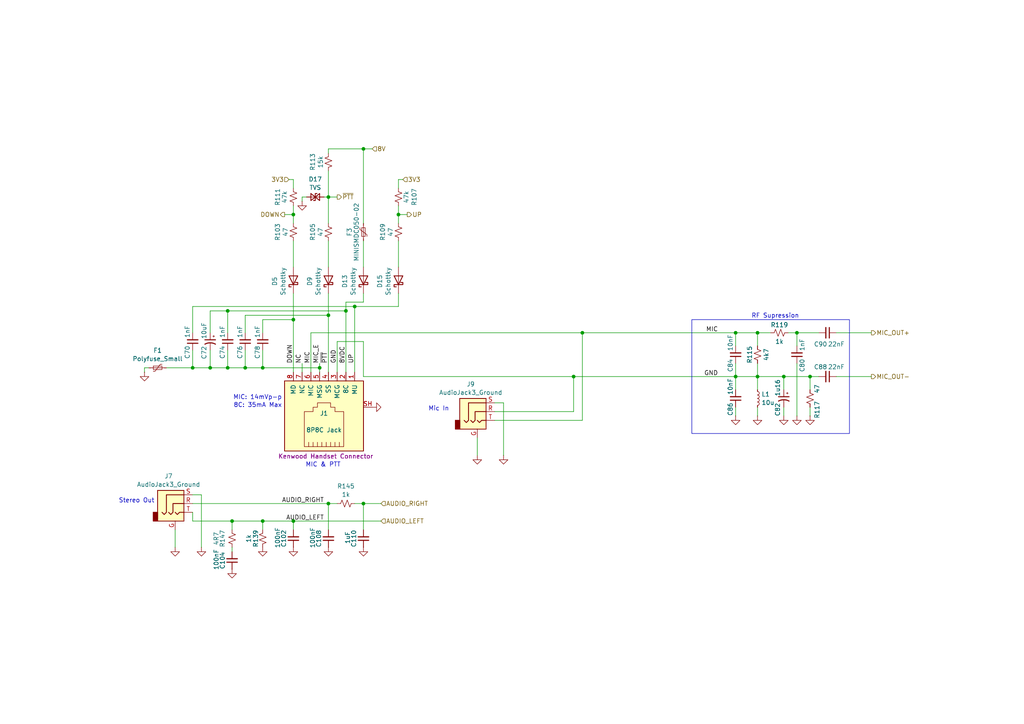
<source format=kicad_sch>
(kicad_sch (version 20250114) (generator "eeschema") (generator_version "9.0")
  (paper "A4")
  (lib_symbols
    (symbol "Connector:8P8C_Shielded" (pin_names (offset 1.016))
      (property "Reference" "J1" (at 0 19.05 0))
      (property "Value" "8P8C Jack" (at 0 16.6257 0))
      (property "Name" "Kenwood Handset Connector" (at 0.254 14.6515 0))
      (symbol "8P8C_Shielded_0_1"
        (rectangle (start -12.7 12.7) (end 7.62 -10.16) (stroke (width 0.254)) (fill (type background)))
        (polyline (pts (xy -11.43 1.905) (xy -10.16 1.905) (xy -10.16 1.905)))
        (polyline (pts (xy -11.43 0.635) (xy -10.16 0.635) (xy -10.16 0.635)))
        (polyline (pts (xy -11.43 -0.635) (xy -10.16 -0.635) (xy -10.16 -0.635)))
        (polyline (pts (xy -11.43 -1.905) (xy -10.16 -1.905) (xy -10.16 -1.905)))
        (polyline (pts (xy -11.43 -3.175) (xy -10.16 -3.175) (xy -10.16 -3.175)))
        (polyline (pts (xy -11.43 -4.445) (xy -11.43 6.985) (xy -1.27 6.985) (xy -1.27 4.445) (xy 0 4.445) (xy 0 3.175) (xy 1.27 3.175) (xy 1.27 -0.635) (xy 0 -0.635) (xy 0 -1.905) (xy -1.27 -1.905) (xy -1.27 -4.445) (xy -11.43 -4.445) (xy -11.43 -4.445)))
        (polyline (pts (xy -10.16 5.715) (xy -11.43 5.715)))
        (polyline (pts (xy -10.16 4.445) (xy -11.43 4.445)))
        (polyline (pts (xy -10.16 3.175) (xy -11.43 3.175) (xy -11.43 3.175)))
      )
      (symbol "8P8C_Shielded_1_1"
        (pin passive line (at 0 -12.7 90) (length 2.54) (name "~") (number "SH"))
        (pin passive line (at 10.16 10.16 180) (length 2.54) (name "MD") (number "8"))
        (pin passive line (at 10.16 7.62 180) (length 2.54) (name "NC") (number "7"))
        (pin passive line (at 10.16 5.08 180) (length 2.54) (name "MIC") (number "6"))
        (pin passive line (at 10.16 2.54 180) (length 2.54) (name "MSG") (number "5"))
        (pin passive line (at 10.16 0 180) (length 2.54) (name "SS") (number "4"))
        (pin passive line (at 10.16 -2.54 180) (length 2.54) (name "MCG") (number "3"))
        (pin passive line (at 10.16 -5.08 180) (length 2.54) (name "8C") (number "2"))
        (pin passive line (at 10.16 -7.62 180) (length 2.54) (name "MU") (number "1"))
      )
    )
    (symbol "Connector_Audio:AudioJack3_Ground"
      (property "Reference" "J" (at 0 8.89 0))
      (property "Value" "AudioJack3_Ground" (at 0 6.35 0))
      (symbol "AudioJack3_Ground_0_1"
        (rectangle (start -5.08 -2.54) (end -6.35 -5.08) (stroke (width 0.254)) (fill (type outline)))
        (polyline (pts (xy -1.905 -2.54) (xy -1.27 -3.175) (xy -0.635 -2.54) (xy -0.635 0) (xy 2.54 0)) (stroke (width 0.254)))
        (polyline (pts (xy 0 -2.54) (xy 0.635 -3.175) (xy 1.27 -2.54) (xy 2.54 -2.54)) (stroke (width 0.254)))
        (rectangle (start 2.54 3.81) (end -5.08 -5.08) (stroke (width 0.254)) (fill (type background)))
        (polyline (pts (xy 2.54 2.54) (xy -2.54 2.54) (xy -2.54 -2.54) (xy -3.175 -3.175) (xy -3.81 -2.54)) (stroke (width 0.254)))
      )
      (symbol "AudioJack3_Ground_1_1"
        (pin passive line (at 0 -7.62 90) (length 2.54) (name "~") (number "G"))
        (pin passive line (at 5.08 2.54 180) (length 2.54) (name "~") (number "S"))
        (pin passive line (at 5.08 0 180) (length 2.54) (name "~") (number "R"))
        (pin passive line (at 5.08 -2.54 180) (length 2.54) (name "~") (number "T"))
      )
    )
    (symbol "Device:C_Polarized_Small_US" (pin_numbers (hide yes)) (pin_names (offset 0.254) (hide yes))
      (property "Reference" "C" (at 0.254 1.778 0))
      (property "Value" "C_Polarized_Small_US" (at 0.254 -2.032 0))
      (symbol "C_Polarized_Small_US_0_1"
        (polyline (pts (xy -1.524 0.508) (xy 1.524 0.508)) (stroke (width 0.3048)))
        (polyline (pts (xy -1.27 1.524) (xy -0.762 1.524)))
        (polyline (pts (xy -1.016 1.27) (xy -1.016 1.778)))
        (arc (start -1.524 -0.762) (mid 0 -0.3734) (end 1.524 -0.762) (stroke (width 0.3048)))
      )
      (symbol "C_Polarized_Small_US_1_1"
        (pin passive line (at 0 2.54 270) (length 2.032) (name "~") (number "1"))
        (pin passive line (at 0 -2.54 90) (length 2.032) (name "~") (number "2"))
      )
    )
    (symbol "Device:C_Small" (pin_numbers (hide yes)) (pin_names (offset 0.254) (hide yes))
      (property "Reference" "C" (at 0.254 1.778 0))
      (property "Value" "C_Small" (at 0.254 -2.032 0))
      (symbol "C_Small_0_1"
        (polyline (pts (xy -1.524 0.508) (xy 1.524 0.508)) (stroke (width 0.3048)))
        (polyline (pts (xy -1.524 -0.508) (xy 1.524 -0.508)) (stroke (width 0.3302)))
      )
      (symbol "C_Small_1_1"
        (pin passive line (at 0 2.54 270) (length 2.032) (name "~") (number "1"))
        (pin passive line (at 0 -2.54 90) (length 2.032) (name "~") (number "2"))
      )
    )
    (symbol "Device:D_Schottky" (pin_numbers (hide yes)) (pin_names (offset 1.016) (hide yes))
      (property "Reference" "D" (at 0 2.54 0))
      (property "Value" "D_Schottky" (at 0 -2.54 0))
      (symbol "D_Schottky_0_1"
        (polyline (pts (xy -1.905 0.635) (xy -1.905 1.27) (xy -1.27 1.27) (xy -1.27 -1.27) (xy -0.635 -1.27) (xy -0.635 -0.635)) (stroke (width 0.254)))
        (polyline (pts (xy 1.27 1.27) (xy 1.27 -1.27) (xy -1.27 0) (xy 1.27 1.27)) (stroke (width 0.254)))
        (polyline (pts (xy 1.27 0) (xy -1.27 0)))
      )
      (symbol "D_Schottky_1_1"
        (pin passive line (at -3.81 0 0) (length 2.54) (name "K") (number "1"))
        (pin passive line (at 3.81 0 180) (length 2.54) (name "A") (number "2"))
      )
    )
    (symbol "Device:D_TVS_Small" (pin_numbers (hide yes)) (pin_names (offset 1.016) (hide yes))
      (property "Reference" "D" (at 0 2.54 0))
      (property "Value" "D_TVS_Small" (at 0 -2.54 0))
      (symbol "D_TVS_Small_0_1"
        (polyline (pts (xy -1.27 1.016) (xy -1.27 -1.016) (xy 1.27 1.016) (xy 1.27 -1.016) (xy -1.27 1.016)) (stroke (width 0.254)))
        (polyline (pts (xy -1.27 0) (xy 1.27 0)))
        (polyline (pts (xy 0.508 1.016) (xy 0 1.016) (xy 0 -1.016) (xy -0.508 -1.016)) (stroke (width 0.254)))
      )
      (symbol "D_TVS_Small_1_1"
        (pin passive line (at -2.54 0 0) (length 1.27) (name "A1") (number "1"))
        (pin passive line (at 2.54 0 180) (length 1.27) (name "A2") (number "2"))
      )
    )
    (symbol "Device:L_Small" (pin_numbers (hide yes)) (pin_names (offset 0.254) (hide yes))
      (property "Reference" "L" (at 0.762 1.016 0))
      (property "Value" "L_Small" (at 0.762 -1.016 0))
      (symbol "L_Small_0_1"
        (arc (start 0 2.032) (mid 0.5058 1.524) (end 0 1.016))
        (arc (start 0 1.016) (mid 0.5058 0.508) (end 0 0))
        (arc (start 0 0) (mid 0.5058 -0.508) (end 0 -1.016))
        (arc (start 0 -1.016) (mid 0.5058 -1.524) (end 0 -2.032))
      )
      (symbol "L_Small_1_1"
        (pin passive line (at 0 2.54 270) (length 0.508) (name "~") (number "1"))
        (pin passive line (at 0 -2.54 90) (length 0.508) (name "~") (number "2"))
      )
    )
    (symbol "Device:Polyfuse_Small" (pin_numbers (hide yes)) (pin_names (offset 0))
      (property "Reference" "F" (at -1.905 0 90))
      (property "Value" "Polyfuse_Small" (at 1.905 0 90))
      (symbol "Polyfuse_Small_0_1"
        (polyline (pts (xy -1.016 1.27) (xy -1.016 0.762) (xy 1.016 -0.762) (xy 1.016 -1.27)))
        (rectangle (start -0.508 1.27) (end 0.508 -1.27))
        (polyline (pts (xy 0 2.54) (xy 0 -2.54)))
      )
      (symbol "Polyfuse_Small_1_1"
        (pin passive line (at 0 2.54 270) (length 0.635) (name "~") (number "1"))
        (pin passive line (at 0 -2.54 90) (length 0.635) (name "~") (number "2"))
      )
    )
    (symbol "Device:R_Small_US" (pin_numbers (hide yes)) (pin_names (offset 0.254) (hide yes))
      (property "Reference" "R" (at 0.762 0.508 0))
      (property "Value" "R_Small_US" (at 0.762 -1.016 0))
      (symbol "R_Small_US_1_1"
        (polyline (pts (xy 0 1.524) (xy 1.016 1.143) (xy 0 0.762) (xy -1.016 0.381) (xy 0 0)))
        (polyline (pts (xy 0 0) (xy 1.016 -0.381) (xy 0 -0.762) (xy -1.016 -1.143) (xy 0 -1.524)))
        (pin passive line (at 0 2.54 270) (length 1.016) (name "~") (number "1"))
        (pin passive line (at 0 -2.54 90) (length 1.016) (name "~") (number "2"))
      )
    )
    (symbol "power:GND" (power) (pin_numbers (hide yes)) (pin_names (offset 0) (hide yes))
      (property "Value" "GND" (at 0 -3.81 0))
      (symbol "GND_0_1"
        (polyline (pts (xy 0 0) (xy 0 -1.27) (xy 1.27 -1.27) (xy 0 -2.54) (xy -1.27 -1.27) (xy 0 -1.27)))
      )
      (symbol "GND_1_1"
        (pin power_in line (at 0 0 270) (length 0) (name "~") (number "1"))
      )
    )
  )
  (rectangle (start 200.66 92.71) (end 246.38 125.73))
  (text "8C: 35mA Max" (at 81.788 118.364 0) (effects (font (size 1.27 1.27)) (justify right bottom)))
  (text "MIC: 14mVp-p" (at 81.788 116.078 0) (effects (font (size 1.27 1.27)) (justify right bottom)))
  (text "RF Supression" (at 217.932 92.456 0) (effects (font (size 1.27 1.27)) (justify left bottom)))
  (text "Mic In" (at 127.254 118.618 0) (effects (font (size 1.27 1.27))))
  (text "MIC & PTT" (at 93.726 134.874 0) (effects (font (size 1.27 1.27))))
  (text "Stereo Out" (at 39.624 145.288 0) (effects (font (size 1.27 1.27))))
  (junction (at 95.25 146.05))
  (junction (at 168.91 96.52))
  (junction (at 100.33 90.17))
  (junction (at 231.14 96.52))
  (junction (at 71.12 106.68))
  (junction (at 67.31 151.13))
  (junction (at 85.09 92.71))
  (junction (at 66.04 106.68))
  (junction (at 219.71 96.52))
  (junction (at 85.09 151.13))
  (junction (at 219.71 109.22))
  (junction (at 66.04 90.17))
  (junction (at 213.36 96.52))
  (junction (at 85.09 62.23))
  (junction (at 92.71 106.68))
  (junction (at 234.95 109.22))
  (junction (at 95.25 91.44))
  (junction (at 115.57 62.23))
  (junction (at 60.96 106.68))
  (junction (at 102.87 88.9))
  (junction (at 227.33 109.22))
  (junction (at 105.41 43.18))
  (junction (at 55.88 106.68))
  (junction (at 95.25 57.15))
  (junction (at 213.36 109.22))
  (junction (at 76.2 106.68))
  (junction (at 166.37 109.22))
  (junction (at 105.41 146.05))
  (junction (at 76.2 151.13))
  (wire (pts (xy 76.2 106.68) (xy 71.12 106.68)))
  (wire (pts (xy 102.87 88.9) (xy 115.57 88.9)))
  (wire (pts (xy 55.88 146.05) (xy 95.25 146.05)))
  (wire (pts (xy 76.2 92.71) (xy 85.09 92.71)))
  (wire (pts (xy 55.88 143.51) (xy 58.42 143.51)))
  (wire (pts (xy 71.12 106.68) (xy 66.04 106.68)))
  (wire (pts (xy 105.41 109.22) (xy 166.37 109.22)))
  (wire (pts (xy 95.25 49.53) (xy 95.25 57.15)))
  (wire (pts (xy 100.33 90.17) (xy 66.04 90.17)))
  (wire (pts (xy 105.41 69.85) (xy 105.41 77.47)))
  (wire (pts (xy 95.25 146.05) (xy 97.79 146.05)))
  (wire (pts (xy 58.42 143.51) (xy 58.42 158.75)))
  (wire (pts (xy 85.09 62.23) (xy 85.09 64.77)))
  (wire (pts (xy 100.33 90.17) (xy 100.33 87.63)))
  (wire (pts (xy 76.2 151.13) (xy 76.2 153.67)))
  (wire (pts (xy 105.41 153.67) (xy 105.41 146.05)))
  (wire (pts (xy 143.51 121.92) (xy 168.91 121.92)))
  (wire (pts (xy 231.14 105.41) (xy 231.14 120.65)))
  (wire (pts (xy 85.09 52.07) (xy 85.09 54.61)))
  (wire (pts (xy 115.57 88.9) (xy 115.57 85.09)))
  (wire (pts (xy 97.79 99.06) (xy 97.79 107.95)))
  (wire (pts (xy 242.57 96.52) (xy 252.73 96.52)))
  (wire (pts (xy 71.12 91.44) (xy 71.12 96.52)))
  (wire (pts (xy 213.36 109.22) (xy 213.36 113.03)))
  (wire (pts (xy 90.17 96.52) (xy 90.17 107.95)))
  (wire (pts (xy 105.41 146.05) (xy 110.49 146.05)))
  (wire (pts (xy 87.63 105.41) (xy 87.63 107.95)))
  (wire (pts (xy 95.25 153.67) (xy 95.25 146.05)))
  (wire (pts (xy 227.33 118.11) (xy 227.33 120.65)))
  (wire (pts (xy 85.09 92.71) (xy 85.09 107.95)))
  (wire (pts (xy 95.25 57.15) (xy 97.79 57.15)))
  (wire (pts (xy 213.36 100.33) (xy 213.36 96.52)))
  (wire (pts (xy 95.25 85.09) (xy 95.25 91.44)))
  (wire (pts (xy 146.05 116.84) (xy 146.05 132.08)))
  (wire (pts (xy 41.91 106.68) (xy 43.18 106.68)))
  (wire (pts (xy 100.33 90.17) (xy 100.33 107.95)))
  (wire (pts (xy 55.88 106.68) (xy 48.26 106.68)))
  (wire (pts (xy 95.25 43.18) (xy 95.25 44.45)))
  (wire (pts (xy 76.2 151.13) (xy 85.09 151.13)))
  (wire (pts (xy 90.17 96.52) (xy 168.91 96.52)))
  (wire (pts (xy 60.96 90.17) (xy 60.96 96.52)))
  (wire (pts (xy 55.88 88.9) (xy 55.88 96.52)))
  (wire (pts (xy 71.12 101.6) (xy 71.12 106.68)))
  (wire (pts (xy 143.51 116.84) (xy 146.05 116.84)))
  (wire (pts (xy 82.55 62.23) (xy 85.09 62.23)))
  (wire (pts (xy 219.71 109.22) (xy 227.33 109.22)))
  (wire (pts (xy 87.63 57.15) (xy 88.9 57.15)))
  (wire (pts (xy 219.71 118.11) (xy 219.71 120.65)))
  (wire (pts (xy 95.25 91.44) (xy 71.12 91.44)))
  (wire (pts (xy 85.09 151.13) (xy 110.49 151.13)))
  (wire (pts (xy 97.79 99.06) (xy 105.41 99.06)))
  (wire (pts (xy 168.91 121.92) (xy 168.91 96.52)))
  (wire (pts (xy 92.71 107.95) (xy 92.71 106.68)))
  (wire (pts (xy 67.31 153.67) (xy 67.31 151.13)))
  (wire (pts (xy 67.31 160.02) (xy 67.31 158.75)))
  (wire (pts (xy 66.04 101.6) (xy 66.04 106.68)))
  (wire (pts (xy 219.71 109.22) (xy 219.71 113.03)))
  (wire (pts (xy 55.88 101.6) (xy 55.88 106.68)))
  (wire (pts (xy 95.25 91.44) (xy 95.25 107.95)))
  (wire (pts (xy 105.41 43.18) (xy 105.41 64.77)))
  (wire (pts (xy 105.41 43.18) (xy 107.95 43.18)))
  (wire (pts (xy 115.57 52.07) (xy 115.57 54.61)))
  (wire (pts (xy 66.04 90.17) (xy 66.04 96.52)))
  (wire (pts (xy 166.37 119.38) (xy 166.37 109.22)))
  (wire (pts (xy 85.09 59.69) (xy 85.09 62.23)))
  (wire (pts (xy 66.04 90.17) (xy 60.96 90.17)))
  (wire (pts (xy 105.41 146.05) (xy 102.87 146.05)))
  (wire (pts (xy 138.43 127) (xy 138.43 132.08)))
  (wire (pts (xy 55.88 148.59) (xy 55.88 151.13)))
  (wire (pts (xy 95.25 69.85) (xy 95.25 77.47)))
  (wire (pts (xy 227.33 109.22) (xy 227.33 113.03)))
  (wire (pts (xy 85.09 69.85) (xy 85.09 77.47)))
  (wire (pts (xy 234.95 113.03) (xy 234.95 109.22)))
  (wire (pts (xy 234.95 118.11) (xy 234.95 120.65)))
  (wire (pts (xy 219.71 96.52) (xy 223.52 96.52)))
  (wire (pts (xy 95.25 57.15) (xy 95.25 64.77)))
  (wire (pts (xy 228.6 96.52) (xy 231.14 96.52)))
  (wire (pts (xy 83.82 52.07) (xy 85.09 52.07)))
  (wire (pts (xy 76.2 92.71) (xy 76.2 96.52)))
  (wire (pts (xy 115.57 69.85) (xy 115.57 77.47)))
  (wire (pts (xy 115.57 62.23) (xy 115.57 64.77)))
  (wire (pts (xy 60.96 106.68) (xy 55.88 106.68)))
  (wire (pts (xy 219.71 96.52) (xy 213.36 96.52)))
  (wire (pts (xy 242.57 109.22) (xy 252.73 109.22)))
  (wire (pts (xy 105.41 87.63) (xy 105.41 85.09)))
  (wire (pts (xy 60.96 101.6) (xy 60.96 106.68)))
  (wire (pts (xy 76.2 101.6) (xy 76.2 106.68)))
  (wire (pts (xy 66.04 106.68) (xy 60.96 106.68)))
  (wire (pts (xy 166.37 109.22) (xy 213.36 109.22)))
  (wire (pts (xy 55.88 151.13) (xy 67.31 151.13)))
  (wire (pts (xy 213.36 105.41) (xy 213.36 109.22)))
  (wire (pts (xy 227.33 109.22) (xy 234.95 109.22)))
  (wire (pts (xy 41.91 107.95) (xy 41.91 106.68)))
  (wire (pts (xy 219.71 100.33) (xy 219.71 96.52)))
  (wire (pts (xy 115.57 59.69) (xy 115.57 62.23)))
  (wire (pts (xy 168.91 96.52) (xy 213.36 96.52)))
  (wire (pts (xy 213.36 118.11) (xy 213.36 120.65)))
  (wire (pts (xy 95.25 43.18) (xy 105.41 43.18)))
  (wire (pts (xy 87.63 58.42) (xy 87.63 57.15)))
  (wire (pts (xy 85.09 85.09) (xy 85.09 92.71)))
  (wire (pts (xy 115.57 62.23) (xy 118.11 62.23)))
  (wire (pts (xy 50.8 153.67) (xy 50.8 158.75)))
  (wire (pts (xy 67.31 151.13) (xy 76.2 151.13)))
  (wire (pts (xy 219.71 105.41) (xy 219.71 109.22)))
  (wire (pts (xy 116.84 52.07) (xy 115.57 52.07)))
  (wire (pts (xy 213.36 109.22) (xy 219.71 109.22)))
  (wire (pts (xy 105.41 99.06) (xy 105.41 109.22)))
  (wire (pts (xy 231.14 96.52) (xy 231.14 100.33)))
  (wire (pts (xy 76.2 106.68) (xy 92.71 106.68)))
  (wire (pts (xy 234.95 109.22) (xy 237.49 109.22)))
  (wire (pts (xy 143.51 119.38) (xy 166.37 119.38)))
  (wire (pts (xy 100.33 87.63) (xy 105.41 87.63)))
  (wire (pts (xy 231.14 96.52) (xy 237.49 96.52)))
  (wire (pts (xy 92.71 105.41) (xy 92.71 106.68)))
  (wire (pts (xy 102.87 88.9) (xy 55.88 88.9)))
  (wire (pts (xy 85.09 151.13) (xy 85.09 153.67)))
  (wire (pts (xy 93.98 57.15) (xy 95.25 57.15)))
  (wire (pts (xy 102.87 88.9) (xy 102.87 107.95)))
  (label "MIC" (at 208.28 96.52 180))
  (label "GND" (at 97.79 105.41 90))
  (label "NC" (at 87.63 105.41 90))
  (label "DOWN" (at 85.09 105.41 90))
  (label "AUDIO_RIGHT" (at 93.98 146.05 180))
  (label "UP" (at 102.87 105.41 90))
  (label "8VDC" (at 100.33 105.41 90))
  (label "MIC_E" (at 92.71 105.41 90))
  (label "MIC" (at 90.17 105.41 90))
  (label "AUDIO_LEFT" (at 93.98 151.13 180))
  (label "GND" (at 208.28 109.22 180))
  (label "~{PTT}" (at 95.25 105.41 90))
  (hierarchical_label "8V" (shape input) (at 107.95 43.18 0))
  (hierarchical_label "DOWN" (shape output) (at 82.55 62.23 180))
  (hierarchical_label "AUDIO_RIGHT" (shape input) (at 110.49 146.05 0))
  (hierarchical_label "MIC_OUT-" (shape output) (at 252.73 109.22 0))
  (hierarchical_label "~{PTT}" (shape output) (at 97.79 57.15 0))
  (hierarchical_label "UP" (shape output) (at 118.11 62.23 0))
  (hierarchical_label "3V3" (shape input) (at 83.82 52.07 180))
  (hierarchical_label "3V3" (shape input) (at 116.84 52.07 0))
  (hierarchical_label "AUDIO_LEFT" (shape input) (at 110.49 151.13 0))
  (hierarchical_label "MIC_OUT+" (shape output) (at 252.73 96.52 0))
  (symbol (lib_id "Device:C_Small") (at 66.04 99.06 180) (unit 1)
    (property "Reference" "C74" (at 64.516 104.14 90) (effects (justify right)))
    (property "Value" "1nF" (at 64.516 98.044 90) (effects (justify right)))
    (property "Description" "Unpolarized capacitor, small symbol" (effects (hide yes)))
    (instances (project "PilotAudioPanel" (path "" (reference "C74") (unit 1)) (path "" (reference "C75") (unit 1))))
  )
  (symbol (lib_id "Device:R_Small_US") (at 234.95 115.57 0) (unit 1)
    (property "Reference" "R117" (at 236.982 118.872 90))
    (property "Value" "47" (at 236.982 112.776 90))
    (property "Description" "Resistor, small US symbol" (effects (hide yes)))
    (instances (project "PilotAudioPanel" (path "" (reference "R117") (unit 1)) (path "" (reference "R118") (unit 1))))
  )
  (symbol (lib_id "Connector_Audio:AudioJack3_Ground") (at 138.43 119.38 0) (unit 1)
    (property "Reference" "J9" (at 136.525 111.4255 0))
    (property "Value" "AudioJack3_Ground" (at 136.525 113.8498 0))
    (property "Description" "Audio Jack, 3 Poles (Stereo / TRS), Grounded Sleeve" (effects (hide yes)))
    (instances (project "PilotAudioPanel" (path "" (reference "J9") (unit 1)) (path "" (reference "J11") (unit 1))))
  )
  (symbol (lib_id "power:GND") (at 76.2 158.75 0) (unit 1)
    (property "Reference" "#PWR0240" (effects (hide yes)))
    (property "Value" "GND" (effects (hide yes)))
    (property "Description" "Power symbol creates a global label with name \"GND\" , ground" (effects (hide yes)))
    (instances (project "PilotAudioPanel" (path "" (reference "#PWR0240") (unit 1)) (path "" (reference "#PWR0241") (unit 1))))
  )
  (symbol (lib_id "Device:Polyfuse_Small") (at 45.72 106.68 270) (unit 1)
    (property "Reference" "F1" (at 45.72 101.6465 90))
    (property "Value" "Polyfuse_Small" (at 45.72 104.0708 90))
    (property "Description" "Resettable fuse, polymeric positive temperature coefficient, small symbol" (effects (hide yes)))
    (instances (project "PilotAudioPanel" (path "" (reference "F1") (unit 1)) (path "" (reference "F2") (unit 1))))
  )
  (symbol (lib_id "Device:D_Schottky") (at 95.25 81.28 90) (unit 1)
    (property "Reference" "D9" (at 89.8355 81.5975 0))
    (property "Value" "Schottky" (at 92.2598 81.5975 0))
    (property "Description" "Schottky diode" (effects (hide yes)))
    (instances (project "PilotAudioPanel" (path "" (reference "D9") (unit 1)) (path "" (reference "D10") (unit 1))))
  )
  (symbol (lib_id "Device:R_Small_US") (at 95.25 46.99 0) (mirror x) (unit 1)
    (property "Reference" "R113" (at 90.678 46.99 90))
    (property "Value" "15k" (at 92.964 46.99 90))
    (property "Description" "Resistor, small US symbol" (effects (hide yes)))
    (instances (project "PilotAudioPanel" (path "" (reference "R113") (unit 1)) (path "" (reference "R114") (unit 1))))
  )
  (symbol (lib_id "Device:R_Small_US") (at 115.57 67.31 0) (unit 1)
    (property "Reference" "R109" (at 110.998 67.31 90))
    (property "Value" "47" (at 113.284 67.31 90))
    (property "Description" "Resistor, small US symbol" (effects (hide yes)))
    (instances (project "PilotAudioPanel" (path "" (reference "R109") (unit 1)) (path "" (reference "R110") (unit 1))))
  )
  (symbol (lib_id "power:GND") (at 85.09 158.75 0) (unit 1)
    (property "Reference" "#PWR0248" (effects (hide yes)))
    (property "Value" "GND" (effects (hide yes)))
    (property "Description" "Power symbol creates a global label with name \"GND\" , ground" (effects (hide yes)))
    (instances (project "PilotAudioPanel" (path "" (reference "#PWR0248") (unit 1)) (path "" (reference "#PWR0249") (unit 1))))
  )
  (symbol (lib_id "Device:C_Small") (at 213.36 102.87 180) (unit 1)
    (property "Reference" "C84" (at 211.836 107.95 90) (effects (justify right)))
    (property "Value" "10nF" (at 211.836 101.854 90) (effects (justify right)))
    (property "Description" "Unpolarized capacitor, small symbol" (effects (hide yes)))
    (instances (project "PilotAudioPanel" (path "" (reference "C84") (unit 1)) (path "" (reference "C85") (unit 1))))
  )
  (symbol (lib_id "Connector_Audio:AudioJack3_Ground") (at 50.8 146.05 0) (unit 1)
    (property "Reference" "J7" (at 48.895 138.0955 0))
    (property "Value" "AudioJack3_Ground" (at 48.895 140.5198 0))
    (property "Description" "Audio Jack, 3 Poles (Stereo / TRS), Grounded Sleeve" (effects (hide yes)))
    (instances (project "PilotAudioPanel" (path "" (reference "J7") (unit 1)) (path "" (reference "J10") (unit 1))))
  )
  (symbol (lib_id "power:GND") (at 105.41 158.75 0) (mirror y) (unit 1)
    (property "Reference" "#PWR0244" (effects (hide yes)))
    (property "Value" "GND" (effects (hide yes)))
    (property "Description" "Power symbol creates a global label with name \"GND\" , ground" (effects (hide yes)))
    (instances (project "PilotAudioPanel" (path "" (reference "#PWR0244") (unit 1)) (path "" (reference "#PWR0245") (unit 1))))
  )
  (symbol (lib_id "Device:D_Schottky") (at 115.57 81.28 90) (unit 1)
    (property "Reference" "D15" (at 110.1555 81.5975 0))
    (property "Value" "Schottky" (at 112.5798 81.5975 0))
    (property "Description" "Schottky diode" (effects (hide yes)))
    (instances (project "PilotAudioPanel" (path "" (reference "D15") (unit 1)) (path "" (reference "D16") (unit 1))))
  )
  (symbol (lib_id "Device:R_Small_US") (at 219.71 102.87 0) (unit 1)
    (property "Reference" "R115" (at 217.424 102.87 90))
    (property "Value" "4k7" (at 222.25 102.87 90))
    (property "Description" "Resistor, small US symbol" (effects (hide yes)))
    (instances (project "PilotAudioPanel" (path "" (reference "R115") (unit 1)) (path "" (reference "R116") (unit 1))))
  )
  (symbol (lib_id "Device:R_Small_US") (at 76.2 156.21 0) (mirror y) (unit 1)
    (property "Reference" "R139" (at 74.168 156.21 90))
    (property "Value" "1k" (at 72.136 156.21 90))
    (property "Description" "Resistor, small US symbol" (effects (hide yes)))
    (instances (project "PilotAudioPanel" (path "" (reference "R139") (unit 1)) (path "" (reference "R140") (unit 1))))
  )
  (symbol (lib_id "Connector:8P8C_Shielded") (at 95.25 118.11 90) (unit 1)
    (property "Reference" "J1" (at 93.98 119.888 90))
    (property "Value" "8P8C Jack" (at 93.98 124.714 90))
    (property "Description" "RJ connector, 8P8C (8 positions 8 connected), RJ31/RJ32/RJ33/RJ34/RJ35/RJ41/RJ45/RJ49/RJ61, Shielded" (effects (hide yes)))
    (property "Name" "Kenwood Handset Connector" (at 94.488 132.334 90))
    (instances (project "PilotAudioPanel" (path "" (reference "J1") (unit 1)) (path "" (reference "J4") (unit 1))))
  )
  (symbol (lib_id "Device:C_Small") (at 55.88 99.06 180) (unit 1)
    (property "Reference" "C70" (at 54.356 104.14 90) (effects (justify right)))
    (property "Value" "1nF" (at 54.356 98.044 90) (effects (justify right)))
    (property "Description" "Unpolarized capacitor, small symbol" (effects (hide yes)))
    (instances (project "PilotAudioPanel" (path "" (reference "C70") (unit 1)) (path "" (reference "C71") (unit 1))))
  )
  (symbol (lib_id "Device:R_Small_US") (at 85.09 57.15 180) (unit 1)
    (property "Reference" "R111" (at 80.518 57.15 90))
    (property "Value" "47k" (at 82.55 57.15 90))
    (property "Description" "Resistor, small US symbol" (effects (hide yes)))
    (instances (project "PilotAudioPanel" (path "" (reference "R111") (unit 1)) (path "" (reference "R112") (unit 1))))
  )
  (symbol (lib_id "power:GND") (at 50.8 158.75 0) (mirror y) (unit 1)
    (property "Reference" "#PWR0196" (effects (hide yes)))
    (property "Value" "GND" (effects (hide yes)))
    (property "Description" "Power symbol creates a global label with name \"GND\" , ground" (effects (hide yes)))
    (instances (project "PilotAudioPanel" (path "" (reference "#PWR0196") (unit 1)) (path "" (reference "#PWR0197") (unit 1))))
  )
  (symbol (lib_id "power:GND") (at 87.63 58.42 0) (unit 1)
    (property "Reference" "#PWR0214" (effects (hide yes)))
    (property "Value" "GND" (effects (hide yes)))
    (property "Description" "Power symbol creates a global label with name \"GND\" , ground" (effects (hide yes)))
    (instances (project "PilotAudioPanel" (path "" (reference "#PWR0214") (unit 1)) (path "" (reference "#PWR0215") (unit 1))))
  )
  (symbol (lib_id "Device:R_Small_US") (at 67.31 156.21 180) (unit 1)
    (property "Reference" "R147" (at 64.516 156.21 90))
    (property "Value" "4R7" (at 62.738 156.21 90))
    (property "Description" "Resistor, small US symbol" (effects (hide yes)))
    (instances (project "PilotAudioPanel" (path "" (reference "R147") (unit 1)) (path "" (reference "R148") (unit 1))))
  )
  (symbol (lib_id "Device:R_Small_US") (at 100.33 146.05 90) (unit 1)
    (property "Reference" "R145" (at 100.33 141.0165 90))
    (property "Value" "1k" (at 100.33 143.4408 90))
    (property "Description" "Resistor, small US symbol" (effects (hide yes)))
    (instances (project "PilotAudioPanel" (path "" (reference "R145") (unit 1)) (path "" (reference "R146") (unit 1))))
  )
  (symbol (lib_id "Device:D_TVS_Small") (at 91.44 57.15 0) (unit 1)
    (property "Reference" "D17" (at 91.44 51.9895 0))
    (property "Value" "TVS" (at 91.44 54.4138 0))
    (property "Description" "Bidirectional transient-voltage-suppression diode, small symbol" (effects (hide yes)))
    (instances (project "PilotAudioPanel" (path "" (reference "D17") (unit 1)) (path "" (reference "D18") (unit 1))))
  )
  (symbol (lib_id "Device:C_Small") (at 240.03 96.52 270) (unit 1)
    (property "Reference" "C90" (at 237.998 99.822 90))
    (property "Value" "22nF" (at 242.57 99.822 90))
    (property "Description" "Unpolarized capacitor, small symbol" (effects (hide yes)))
    (instances (project "PilotAudioPanel" (path "" (reference "C90") (unit 1)) (path "" (reference "C91") (unit 1))))
  )
  (symbol (lib_id "power:GND") (at 41.91 107.95 0) (unit 1)
    (property "Reference" "#PWR0208" (effects (hide yes)))
    (property "Value" "GND" (effects (hide yes)))
    (property "Description" "Power symbol creates a global label with name \"GND\" , ground" (effects (hide yes)))
    (instances (project "PilotAudioPanel" (path "" (reference "#PWR0208") (unit 1)) (path "" (reference "#PWR0209") (unit 1))))
  )
  (symbol (lib_id "Device:C_Small") (at 231.14 102.87 0) (mirror x) (unit 1)
    (property "Reference" "C80" (at 232.664 107.95 90) (effects (justify right)))
    (property "Value" "1nF" (at 232.664 101.854 90) (effects (justify right)))
    (property "Description" "Unpolarized capacitor, small symbol" (effects (hide yes)))
    (instances (project "PilotAudioPanel" (path "" (reference "C80") (unit 1)) (path "" (reference "C81") (unit 1))))
  )
  (symbol (lib_id "power:GND") (at 227.33 120.65 0) (unit 1)
    (property "Reference" "#PWR0220" (effects (hide yes)))
    (property "Value" "GND" (effects (hide yes)))
    (property "Description" "Power symbol creates a global label with name \"GND\" , ground" (effects (hide yes)))
    (instances (project "PilotAudioPanel" (path "" (reference "#PWR0220") (unit 1)) (path "" (reference "#PWR0221") (unit 1))))
  )
  (symbol (lib_id "Device:C_Small") (at 95.25 156.21 180) (unit 1)
    (property "Reference" "C108" (at 92.456 156.21 90))
    (property "Value" "100nF" (at 90.678 155.956 90))
    (property "Description" "Unpolarized capacitor, small symbol" (effects (hide yes)))
    (instances (project "PilotAudioPanel" (path "" (reference "C108") (unit 1)) (path "" (reference "C109") (unit 1))))
  )
  (symbol (lib_id "Device:C_Polarized_Small_US") (at 227.33 115.57 0) (mirror y) (unit 1)
    (property "Reference" "C82" (at 225.552 116.84 90) (effects (justify right)))
    (property "Value" "1u16" (at 225.552 109.982 90) (effects (justify right)))
    (property "Description" "Polarized capacitor, small US symbol" (effects (hide yes)))
    (instances (project "PilotAudioPanel" (path "" (reference "C82") (unit 1)) (path "" (reference "C83") (unit 1))))
  )
  (symbol (lib_id "Device:C_Small") (at 213.36 115.57 180) (unit 1)
    (property "Reference" "C86" (at 211.836 120.65 90) (effects (justify right)))
    (property "Value" "10nF" (at 211.836 114.554 90) (effects (justify right)))
    (property "Description" "Unpolarized capacitor, small symbol" (effects (hide yes)))
    (instances (project "PilotAudioPanel" (path "" (reference "C86") (unit 1)) (path "" (reference "C87") (unit 1))))
  )
  (symbol (lib_id "Device:R_Small_US") (at 115.57 57.15 180) (unit 1)
    (property "Reference" "R107" (at 120.142 57.15 90))
    (property "Value" "47k" (at 117.856 57.15 90))
    (property "Description" "Resistor, small US symbol" (effects (hide yes)))
    (instances (project "PilotAudioPanel" (path "" (reference "R107") (unit 1)) (path "" (reference "R108") (unit 1))))
  )
  (symbol (lib_id "power:GND") (at 107.95 118.11 90) (unit 1)
    (property "Reference" "#PWR046" (effects (hide yes)))
    (property "Value" "GND" (effects (hide yes)))
    (property "Description" "Power symbol creates a global label with name \"GND\" , ground" (effects (hide yes)))
    (instances (project "PilotAudioPanel" (path "" (reference "#PWR046") (unit 1)) (path "" (reference "#PWR0195") (unit 1))))
  )
  (symbol (lib_id "Device:C_Small") (at 105.41 156.21 180) (unit 1)
    (property "Reference" "C110" (at 102.616 156.21 90))
    (property "Value" "1uF" (at 100.838 155.956 90))
    (property "Description" "Unpolarized capacitor, small symbol" (effects (hide yes)))
    (instances (project "PilotAudioPanel" (path "" (reference "C110") (unit 1)) (path "" (reference "C111") (unit 1))))
  )
  (symbol (lib_id "power:GND") (at 231.14 120.65 0) (unit 1)
    (property "Reference" "#PWR0224" (effects (hide yes)))
    (property "Value" "GND" (effects (hide yes)))
    (property "Description" "Power symbol creates a global label with name \"GND\" , ground" (effects (hide yes)))
    (instances (project "PilotAudioPanel" (path "" (reference "#PWR0224") (unit 1)) (path "" (reference "#PWR0225") (unit 1))))
  )
  (symbol (lib_id "Device:C_Polarized_Small_US") (at 60.96 99.06 0) (mirror y) (unit 1)
    (property "Reference" "C72" (at 59.182 100.33 90) (effects (justify right)))
    (property "Value" "10uF" (at 59.182 93.472 90) (effects (justify right)))
    (property "Description" "Polarized capacitor, small US symbol" (effects (hide yes)))
    (instances (project "PilotAudioPanel" (path "" (reference "C72") (unit 1)) (path "" (reference "C73") (unit 1))))
  )
  (symbol (lib_id "Device:D_Schottky") (at 105.41 81.28 90) (unit 1)
    (property "Reference" "D13" (at 99.9955 81.5975 0))
    (property "Value" "Schottky" (at 102.4198 81.5975 0))
    (property "Description" "Schottky diode" (effects (hide yes)))
    (instances (project "PilotAudioPanel" (path "" (reference "D13") (unit 1)) (path "" (reference "D14") (unit 1))))
  )
  (symbol (lib_id "power:GND") (at 219.71 120.65 0) (unit 1)
    (property "Reference" "#PWR0218" (effects (hide yes)))
    (property "Value" "GND" (effects (hide yes)))
    (property "Description" "Power symbol creates a global label with name \"GND\" , ground" (effects (hide yes)))
    (instances (project "PilotAudioPanel" (path "" (reference "#PWR0218") (unit 1)) (path "" (reference "#PWR0219") (unit 1))))
  )
  (symbol (lib_id "Device:R_Small_US") (at 95.25 67.31 0) (unit 1)
    (property "Reference" "R105" (at 90.678 67.31 90))
    (property "Value" "47" (at 92.964 67.31 90))
    (property "Description" "Resistor, small US symbol" (effects (hide yes)))
    (instances (project "PilotAudioPanel" (path "" (reference "R105") (unit 1)) (path "" (reference "R106") (unit 1))))
  )
  (symbol (lib_id "Device:C_Small") (at 76.2 99.06 180) (unit 1)
    (property "Reference" "C78" (at 74.676 104.14 90) (effects (justify right)))
    (property "Value" "1nF" (at 74.676 98.044 90) (effects (justify right)))
    (property "Description" "Unpolarized capacitor, small symbol" (effects (hide yes)))
    (instances (project "PilotAudioPanel" (path "" (reference "C78") (unit 1)) (path "" (reference "C79") (unit 1))))
  )
  (symbol (lib_id "Device:C_Small") (at 240.03 109.22 270) (unit 1)
    (property "Reference" "C88" (at 237.998 106.426 90))
    (property "Value" "22nF" (at 242.57 106.426 90))
    (property "Description" "Unpolarized capacitor, small symbol" (effects (hide yes)))
    (instances (project "PilotAudioPanel" (path "" (reference "C88") (unit 1)) (path "" (reference "C89") (unit 1))))
  )
  (symbol (lib_id "Device:R_Small_US") (at 226.06 96.52 270) (unit 1)
    (property "Reference" "R119" (at 226.06 94.234 90))
    (property "Value" "1k" (at 226.06 99.06 90))
    (property "Description" "Resistor, small US symbol" (effects (hide yes)))
    (instances (project "PilotAudioPanel" (path "" (reference "R119") (unit 1)) (path "" (reference "R120") (unit 1))))
  )
  (symbol (lib_id "Device:C_Small") (at 71.12 99.06 180) (unit 1)
    (property "Reference" "C76" (at 69.596 104.14 90) (effects (justify right)))
    (property "Value" "1nF" (at 69.596 98.044 90) (effects (justify right)))
    (property "Description" "Unpolarized capacitor, small symbol" (effects (hide yes)))
    (instances (project "PilotAudioPanel" (path "" (reference "C76") (unit 1)) (path "" (reference "C77") (unit 1))))
  )
  (symbol (lib_id "power:GND") (at 95.25 158.75 0) (mirror y) (unit 1)
    (property "Reference" "#PWR0242" (effects (hide yes)))
    (property "Value" "GND" (effects (hide yes)))
    (property "Description" "Power symbol creates a global label with name \"GND\" , ground" (effects (hide yes)))
    (instances (project "PilotAudioPanel" (path "" (reference "#PWR0242") (unit 1)) (path "" (reference "#PWR0243") (unit 1))))
  )
  (symbol (lib_id "power:GND") (at 67.31 165.1 0) (unit 1)
    (property "Reference" "#PWR0250" (effects (hide yes)))
    (property "Value" "GND" (effects (hide yes)))
    (property "Description" "Power symbol creates a global label with name \"GND\" , ground" (effects (hide yes)))
    (instances (project "PilotAudioPanel" (path "" (reference "#PWR0250") (unit 1)) (path "" (reference "#PWR0251") (unit 1))))
  )
  (symbol (lib_id "Device:L_Small") (at 219.71 115.57 0) (unit 1)
    (property "Reference" "L1" (at 220.8508 114.3578 0) (effects (justify left)))
    (property "Value" "10u" (at 220.8508 116.7821 0) (effects (justify left)))
    (property "Description" "Inductor, small symbol" (effects (hide yes)))
    (instances (project "PilotAudioPanel" (path "" (reference "L1") (unit 1)) (path "" (reference "L2") (unit 1))))
  )
  (symbol (lib_id "power:GND") (at 138.43 132.08 0) (mirror y) (unit 1)
    (property "Reference" "#PWR0226" (effects (hide yes)))
    (property "Value" "GND" (effects (hide yes)))
    (property "Description" "Power symbol creates a global label with name \"GND\" , ground" (effects (hide yes)))
    (instances (project "PilotAudioPanel" (path "" (reference "#PWR0226") (unit 1)) (path "" (reference "#PWR0233") (unit 1))))
  )
  (symbol (lib_id "power:GND") (at 213.36 120.65 0) (unit 1)
    (property "Reference" "#PWR0216" (effects (hide yes)))
    (property "Value" "GND" (effects (hide yes)))
    (property "Description" "Power symbol creates a global label with name \"GND\" , ground" (effects (hide yes)))
    (instances (project "PilotAudioPanel" (path "" (reference "#PWR0216") (unit 1)) (path "" (reference "#PWR0217") (unit 1))))
  )
  (symbol (lib_id "power:GND") (at 146.05 132.08 0) (mirror y) (unit 1)
    (property "Reference" "#PWR0227" (effects (hide yes)))
    (property "Value" "GND" (effects (hide yes)))
    (property "Description" "Power symbol creates a global label with name \"GND\" , ground" (effects (hide yes)))
    (instances (project "PilotAudioPanel" (path "" (reference "#PWR0227") (unit 1)) (path "" (reference "#PWR0235") (unit 1))))
  )
  (symbol (lib_id "power:GND") (at 234.95 120.65 0) (unit 1)
    (property "Reference" "#PWR0222" (effects (hide yes)))
    (property "Value" "GND" (effects (hide yes)))
    (property "Description" "Power symbol creates a global label with name \"GND\" , ground" (effects (hide yes)))
    (instances (project "PilotAudioPanel" (path "" (reference "#PWR0222") (unit 1)) (path "" (reference "#PWR0223") (unit 1))))
  )
  (symbol (lib_id "Device:Polyfuse_Small") (at 105.41 67.31 0) (unit 1)
    (property "Reference" "F3" (at 101.346 67.31 90))
    (property "Value" "MINISMDC050-02" (at 103.378 67.31 90))
    (property "Description" "Resettable fuse, polymeric positive temperature coefficient, small symbol" (effects (hide yes)))
    (instances (project "PilotAudioPanel" (path "" (reference "F3") (unit 1)) (path "" (reference "F4") (unit 1))))
  )
  (symbol (lib_id "Device:C_Small") (at 85.09 156.21 180) (unit 1)
    (property "Reference" "C102" (at 82.296 156.21 90))
    (property "Value" "100nF" (at 80.518 155.956 90))
    (property "Description" "Unpolarized capacitor, small symbol" (effects (hide yes)))
    (instances (project "PilotAudioPanel" (path "" (reference "C102") (unit 1)) (path "" (reference "C103") (unit 1))))
  )
  (symbol (lib_id "Device:D_Schottky") (at 85.09 81.28 90) (unit 1)
    (property "Reference" "D5" (at 79.6755 81.5975 0))
    (property "Value" "Schottky" (at 82.0998 81.5975 0))
    (property "Description" "Schottky diode" (effects (hide yes)))
    (instances (project "PilotAudioPanel" (path "" (reference "D5") (unit 1)) (path "" (reference "D6") (unit 1))))
  )
  (symbol (lib_id "Device:R_Small_US") (at 85.09 67.31 0) (unit 1)
    (property "Reference" "R103" (at 80.518 67.31 90))
    (property "Value" "47" (at 82.804 67.31 90))
    (property "Description" "Resistor, small US symbol" (effects (hide yes)))
    (instances (project "PilotAudioPanel" (path "" (reference "R103") (unit 1)) (path "" (reference "R104") (unit 1))))
  )
  (symbol (lib_id "power:GND") (at 58.42 158.75 0) (mirror y) (unit 1)
    (property "Reference" "#PWR0206" (effects (hide yes)))
    (property "Value" "GND" (effects (hide yes)))
    (property "Description" "Power symbol creates a global label with name \"GND\" , ground" (effects (hide yes)))
    (instances (project "PilotAudioPanel" (path "" (reference "#PWR0206") (unit 1)) (path "" (reference "#PWR0207") (unit 1))))
  )
  (symbol (lib_id "Device:C_Small") (at 67.31 162.56 180) (unit 1)
    (property "Reference" "C104" (at 64.516 162.56 90))
    (property "Value" "100nF" (at 62.738 162.306 90))
    (property "Description" "Unpolarized capacitor, small symbol" (effects (hide yes)))
    (instances (project "PilotAudioPanel" (path "" (reference "C104") (unit 1)) (path "" (reference "C105") (unit 1))))
  )
)
</source>
